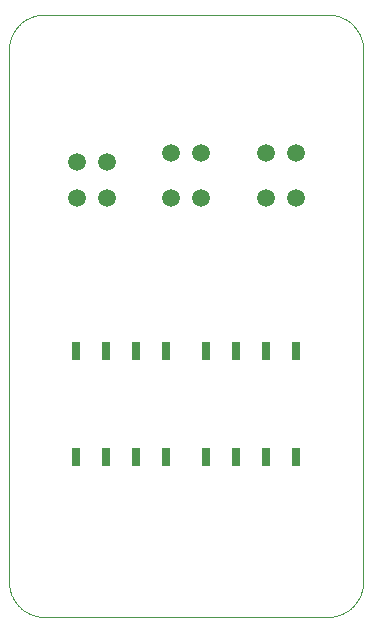
<source format=gtp>
G04 EAGLE Gerber RS-274X export*
G75*
%MOMM*%
%FSLAX35Y35*%
%LPD*%
%INsolder_paste_top*%
%IPPOS*%
%AMOC8*
5,1,8,0,0,1.08239X$1,22.5*%
G01*
%ADD10C,0.000000*%
%ADD11C,1.500000*%
%ADD12R,0.650000X1.650000*%


D10*
X3000000Y1700000D02*
X600000Y1700000D01*
X592751Y1700088D01*
X585506Y1700350D01*
X578270Y1700788D01*
X571046Y1701401D01*
X563839Y1702187D01*
X556653Y1703148D01*
X549493Y1704282D01*
X542362Y1705589D01*
X535265Y1707068D01*
X528205Y1708717D01*
X521188Y1710537D01*
X514216Y1712526D01*
X507295Y1714683D01*
X500428Y1717006D01*
X493619Y1719495D01*
X486872Y1722148D01*
X480191Y1724962D01*
X473580Y1727938D01*
X467043Y1731072D01*
X460583Y1734363D01*
X454205Y1737810D01*
X447912Y1741409D01*
X441708Y1745160D01*
X435596Y1749059D01*
X429581Y1753105D01*
X423664Y1757295D01*
X417851Y1761627D01*
X412144Y1766098D01*
X406547Y1770705D01*
X401063Y1775447D01*
X395695Y1780319D01*
X390447Y1785320D01*
X385320Y1790447D01*
X380319Y1795695D01*
X375447Y1801063D01*
X370705Y1806547D01*
X366098Y1812144D01*
X361627Y1817851D01*
X357295Y1823664D01*
X353105Y1829581D01*
X349059Y1835596D01*
X345160Y1841708D01*
X341409Y1847912D01*
X337810Y1854205D01*
X334363Y1860583D01*
X331072Y1867043D01*
X327938Y1873580D01*
X324962Y1880191D01*
X322148Y1886872D01*
X319495Y1893619D01*
X317006Y1900428D01*
X314683Y1907295D01*
X312526Y1914216D01*
X310537Y1921188D01*
X308717Y1928205D01*
X307068Y1935265D01*
X305589Y1942362D01*
X304282Y1949493D01*
X303148Y1956653D01*
X302187Y1963839D01*
X301401Y1971046D01*
X300788Y1978270D01*
X300350Y1985506D01*
X300088Y1992751D01*
X300000Y2000000D01*
X300000Y6500000D01*
X300088Y6507249D01*
X300350Y6514494D01*
X300788Y6521730D01*
X301401Y6528954D01*
X302187Y6536161D01*
X303148Y6543347D01*
X304282Y6550507D01*
X305589Y6557638D01*
X307068Y6564735D01*
X308717Y6571795D01*
X310537Y6578812D01*
X312526Y6585784D01*
X314683Y6592705D01*
X317006Y6599572D01*
X319495Y6606381D01*
X322148Y6613128D01*
X324962Y6619809D01*
X327938Y6626420D01*
X331072Y6632957D01*
X334363Y6639417D01*
X337810Y6645795D01*
X341409Y6652088D01*
X345160Y6658292D01*
X349059Y6664404D01*
X353105Y6670419D01*
X357295Y6676336D01*
X361627Y6682149D01*
X366098Y6687856D01*
X370705Y6693453D01*
X375447Y6698937D01*
X380319Y6704305D01*
X385320Y6709553D01*
X390447Y6714680D01*
X395695Y6719681D01*
X401063Y6724553D01*
X406547Y6729295D01*
X412144Y6733902D01*
X417851Y6738373D01*
X423664Y6742705D01*
X429581Y6746895D01*
X435596Y6750941D01*
X441708Y6754840D01*
X447912Y6758591D01*
X454205Y6762190D01*
X460583Y6765637D01*
X467043Y6768928D01*
X473580Y6772062D01*
X480191Y6775038D01*
X486872Y6777852D01*
X493619Y6780505D01*
X500428Y6782994D01*
X507295Y6785317D01*
X514216Y6787474D01*
X521188Y6789463D01*
X528205Y6791283D01*
X535265Y6792932D01*
X542362Y6794411D01*
X549493Y6795718D01*
X556653Y6796852D01*
X563839Y6797813D01*
X571046Y6798599D01*
X578270Y6799212D01*
X585506Y6799650D01*
X592751Y6799912D01*
X600000Y6800000D01*
X3000000Y6800000D01*
X3007249Y6799912D01*
X3014494Y6799650D01*
X3021730Y6799212D01*
X3028954Y6798599D01*
X3036161Y6797813D01*
X3043347Y6796852D01*
X3050507Y6795718D01*
X3057638Y6794411D01*
X3064735Y6792932D01*
X3071795Y6791283D01*
X3078812Y6789463D01*
X3085784Y6787474D01*
X3092705Y6785317D01*
X3099572Y6782994D01*
X3106381Y6780505D01*
X3113128Y6777852D01*
X3119809Y6775038D01*
X3126420Y6772062D01*
X3132957Y6768928D01*
X3139417Y6765637D01*
X3145795Y6762190D01*
X3152088Y6758591D01*
X3158292Y6754840D01*
X3164404Y6750941D01*
X3170419Y6746895D01*
X3176336Y6742705D01*
X3182149Y6738373D01*
X3187856Y6733902D01*
X3193453Y6729295D01*
X3198937Y6724553D01*
X3204305Y6719681D01*
X3209553Y6714680D01*
X3214680Y6709553D01*
X3219681Y6704305D01*
X3224553Y6698937D01*
X3229295Y6693453D01*
X3233902Y6687856D01*
X3238373Y6682149D01*
X3242705Y6676336D01*
X3246895Y6670419D01*
X3250941Y6664404D01*
X3254840Y6658292D01*
X3258591Y6652088D01*
X3262190Y6645795D01*
X3265637Y6639417D01*
X3268928Y6632957D01*
X3272062Y6626420D01*
X3275038Y6619809D01*
X3277852Y6613128D01*
X3280505Y6606381D01*
X3282994Y6599572D01*
X3285317Y6592705D01*
X3287474Y6585784D01*
X3289463Y6578812D01*
X3291283Y6571795D01*
X3292932Y6564735D01*
X3294411Y6557638D01*
X3295718Y6550507D01*
X3296852Y6543347D01*
X3297813Y6536161D01*
X3298599Y6528954D01*
X3299212Y6521730D01*
X3299650Y6514494D01*
X3299912Y6507249D01*
X3300000Y6500000D01*
X3300000Y2000000D01*
X3299912Y1992751D01*
X3299650Y1985506D01*
X3299212Y1978270D01*
X3298599Y1971046D01*
X3297813Y1963839D01*
X3296852Y1956653D01*
X3295718Y1949493D01*
X3294411Y1942362D01*
X3292932Y1935265D01*
X3291283Y1928205D01*
X3289463Y1921188D01*
X3287474Y1914216D01*
X3285317Y1907295D01*
X3282994Y1900428D01*
X3280505Y1893619D01*
X3277852Y1886872D01*
X3275038Y1880191D01*
X3272062Y1873580D01*
X3268928Y1867043D01*
X3265637Y1860583D01*
X3262190Y1854205D01*
X3258591Y1847912D01*
X3254840Y1841708D01*
X3250941Y1835596D01*
X3246895Y1829581D01*
X3242705Y1823664D01*
X3238373Y1817851D01*
X3233902Y1812144D01*
X3229295Y1806547D01*
X3224553Y1801063D01*
X3219681Y1795695D01*
X3214680Y1790447D01*
X3209553Y1785320D01*
X3204305Y1780319D01*
X3198937Y1775447D01*
X3193453Y1770705D01*
X3187856Y1766098D01*
X3182149Y1761627D01*
X3176336Y1757295D01*
X3170419Y1753105D01*
X3164404Y1749059D01*
X3158292Y1745160D01*
X3152088Y1741409D01*
X3145795Y1737810D01*
X3139417Y1734363D01*
X3132957Y1731072D01*
X3126420Y1727938D01*
X3119809Y1724962D01*
X3113128Y1722148D01*
X3106381Y1719495D01*
X3099572Y1717006D01*
X3092705Y1714683D01*
X3085784Y1712526D01*
X3078812Y1710537D01*
X3071795Y1708717D01*
X3064735Y1707068D01*
X3057638Y1705589D01*
X3050507Y1704282D01*
X3043347Y1703148D01*
X3036161Y1702187D01*
X3028954Y1701401D01*
X3021730Y1700788D01*
X3014494Y1700350D01*
X3007249Y1700088D01*
X3000000Y1700000D01*
D11*
X1673000Y5624000D03*
X1927000Y5624000D03*
X1673000Y5250000D03*
X1927000Y5250000D03*
X873000Y5250000D03*
X1127000Y5250000D03*
X2473000Y5250000D03*
X2727000Y5250000D03*
X1127000Y5550000D03*
X873000Y5550000D03*
D12*
X869000Y3056000D03*
X1123000Y3056000D03*
X1377000Y3056000D03*
X1377000Y3948000D03*
X1123000Y3948000D03*
X869000Y3948000D03*
X1631000Y3948000D03*
X1631000Y3056000D03*
X1969000Y3056000D03*
X2223000Y3056000D03*
X2477000Y3056000D03*
X2477000Y3948000D03*
X2223000Y3948000D03*
X1969000Y3948000D03*
X2731000Y3948000D03*
X2731000Y3056000D03*
D11*
X2473000Y5624000D03*
X2727000Y5624000D03*
M02*

</source>
